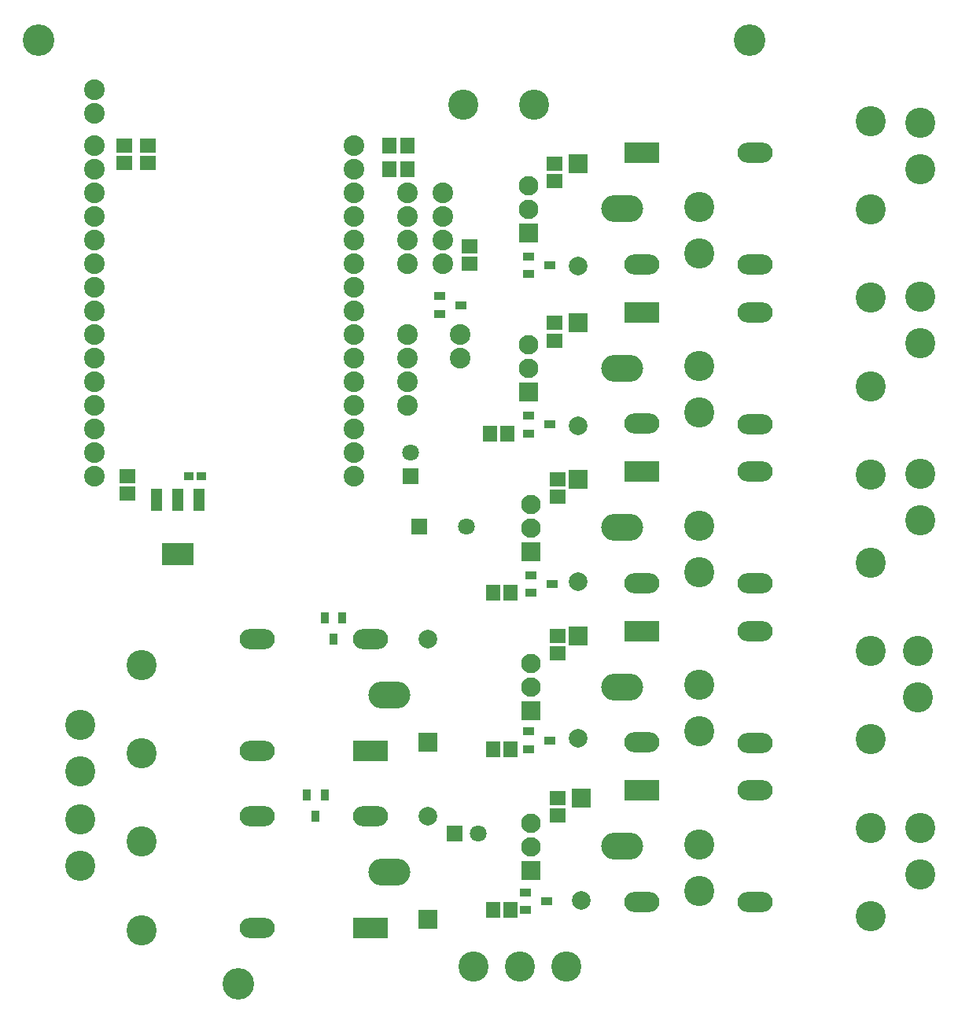
<source format=gbr>
G04 DipTrace 3.3.1.3*
G04 BottomMask.gbr*
%MOMM*%
G04 #@! TF.FileFunction,Soldermask,Bot*
G04 #@! TF.Part,Single*
%ADD23R,1.8X1.8*%
%ADD42C,3.4*%
%ADD51R,3.45X2.35*%
%ADD53R,1.15X2.35*%
%ADD55C,2.232*%
%ADD57R,1.5X1.7*%
%ADD59R,0.85X1.25*%
%ADD61C,2.1*%
%ADD63R,2.1X2.1*%
%ADD65R,1.25X0.85*%
%ADD67O,4.505X2.905*%
%ADD69R,3.781X2.181*%
%ADD71O,3.781X2.181*%
%ADD73R,1.1X0.9*%
%ADD75C,2.232*%
%ADD77C,2.0*%
%ADD79R,2.0X2.0*%
%ADD81C,1.8*%
%ADD83R,1.7X1.5*%
%ADD85C,3.248*%
%FSLAX35Y35*%
G04*
G71*
G90*
G75*
G01*
G04 BotMask*
%LPD*%
D85*
X7032500Y1539750D3*
X6534660D3*
X6034280D3*
D83*
X2270000Y10366250D3*
Y10176250D3*
X2301750Y6810250D3*
Y6620250D3*
X5984750Y9096250D3*
Y9286250D3*
D81*
X5953000Y6270500D3*
D23*
X5445000D3*
X5349750Y6810250D3*
D81*
Y7064250D3*
D23*
X5826000Y2968500D3*
D81*
X6080000D3*
D79*
X7159500Y10175750D3*
D77*
Y9070750D3*
D79*
Y8461250D3*
D77*
Y7356250D3*
D79*
Y6778500D3*
D77*
Y5673500D3*
D79*
Y5095750D3*
D77*
Y3990750D3*
D79*
X7191250Y3349500D3*
D77*
Y2244500D3*
D79*
X5540250Y3952750D3*
D77*
Y5057750D3*
D79*
Y2047750D3*
D77*
Y3152750D3*
D75*
X5318000Y8334250D3*
Y8080250D3*
Y7826250D3*
Y7572250D3*
X5699000Y9858250D3*
Y9604250D3*
Y9350250D3*
Y9096250D3*
D42*
X1350000Y11500000D3*
X3500000Y1350000D3*
X9000000Y11500000D3*
D73*
X2968500Y6810250D3*
X3098500D3*
D71*
X9064500Y10286873D3*
Y9087993D3*
D69*
X7845293Y10286833D3*
D71*
Y9088033D3*
D67*
X7634493Y9687433D3*
D71*
X9064500Y8572373D3*
Y7373493D3*
D69*
X7845293Y8572333D3*
D71*
Y7373533D3*
D67*
X7634493Y7972933D3*
D71*
X9064500Y6857873D3*
Y5658993D3*
D69*
X7845293Y6857833D3*
D71*
Y5659033D3*
D67*
X7634493Y6258433D3*
D71*
X9064500Y5143377D3*
Y3944497D3*
D69*
X7845293Y5143337D3*
D71*
Y3944537D3*
D67*
X7634493Y4543937D3*
D71*
X9064500Y3428877D3*
Y2229997D3*
D69*
X7845293Y3428837D3*
D71*
Y2230037D3*
D67*
X7634493Y2829437D3*
D71*
X3698750Y3857500D3*
Y5056380D3*
D69*
X4917957Y3857540D3*
D71*
Y5056340D3*
D67*
X5128757Y4456940D3*
D71*
X3698750Y1952500D3*
Y3151380D3*
D69*
X4917957Y1952540D3*
D71*
Y3151340D3*
D67*
X5128757Y2551940D3*
D75*
X5318000Y9858250D3*
Y9604250D3*
Y9350250D3*
Y9096250D3*
D85*
X6683250Y10810750D3*
X5921250D3*
D65*
X6619750Y8985123D3*
Y9175123D3*
X6849750Y9080123D3*
D63*
X6619750Y9429623D3*
D61*
Y9683623D3*
Y9937623D3*
D65*
X5667250Y8556500D3*
Y8746500D3*
X5897250Y8651500D3*
X6619750Y7270623D3*
Y7460623D3*
X6849750Y7365623D3*
D63*
X6619750Y7715123D3*
D61*
Y7969123D3*
Y8223123D3*
D65*
X6651500Y5556123D3*
Y5746123D3*
X6881500Y5651123D3*
D63*
X6651500Y6000623D3*
D61*
Y6254623D3*
Y6508623D3*
D65*
X6619750Y3873373D3*
Y4063373D3*
X6849750Y3968373D3*
D63*
X6651500Y4286127D3*
D61*
Y4540127D3*
Y4794127D3*
D65*
X6588000Y2143000D3*
Y2333000D3*
X6818000Y2238000D3*
D63*
X6651500Y2571627D3*
D61*
Y2825627D3*
Y3079627D3*
D59*
X4429000Y5286250D3*
X4619000D3*
X4524000Y5056250D3*
X4238500Y3381250D3*
X4428500D3*
X4333500Y3151250D3*
D83*
X2524000Y10366750D3*
Y10176750D3*
X6905500Y9985250D3*
Y10175250D3*
Y8270750D3*
Y8460750D3*
X6937250Y6588000D3*
Y6778000D3*
X6937000Y4905500D3*
Y5095500D3*
Y3159250D3*
Y3349250D3*
D57*
X5127500Y10366250D3*
X5317500D3*
X6207000Y7270623D3*
X6397000D3*
X6238750Y5556123D3*
X6428750D3*
X6238750Y3873373D3*
X6428750D3*
X6238750Y2143000D3*
X6428750D3*
X5127500Y10112250D3*
X5317500D3*
D85*
X2460500Y4778250D3*
Y3828250D3*
Y2878250D3*
Y1928250D3*
D75*
X1952500Y10969500D3*
Y10715500D3*
D55*
Y9604250D3*
Y9858250D3*
Y10112250D3*
Y10366250D3*
X4746500Y9604250D3*
Y9858250D3*
Y10112250D3*
Y10366250D3*
X1952500Y9350250D3*
Y9096250D3*
Y8842250D3*
X4746500Y9350250D3*
Y9096250D3*
Y8842250D3*
X1952500Y8588250D3*
Y8334250D3*
Y8080250D3*
Y7826250D3*
Y7572250D3*
Y7318250D3*
Y7064250D3*
Y6810250D3*
X4746500Y8588250D3*
Y8334250D3*
Y8080250D3*
Y7826250D3*
Y7572250D3*
Y7318250D3*
Y7064250D3*
Y6810250D3*
D53*
X2619250Y6556250D3*
X2849250D3*
X3079250D3*
D51*
X2849250Y5976250D3*
D85*
X10302750Y2079500D3*
Y3029500D3*
Y3979500D3*
Y4929500D3*
Y5879500D3*
Y6829500D3*
Y7779500D3*
Y8729500D3*
Y9679500D3*
Y10629500D3*
X10842500Y10112250D3*
Y10612250D3*
Y8239000D3*
Y8739000D3*
Y6334000D3*
Y6834000D3*
D75*
X5889500Y8080250D3*
Y8334250D3*
D85*
X10810750Y4429000D3*
Y4929000D3*
X10842500Y2524000D3*
Y3024000D3*
X8461250Y9207373D3*
Y9707373D3*
Y7492877D3*
Y7992877D3*
Y5778377D3*
Y6278377D3*
Y4063877D3*
Y4563877D3*
Y2349373D3*
Y2849373D3*
X1793750Y3635250D3*
Y4135250D3*
Y2619250D3*
Y3119250D3*
M02*

</source>
